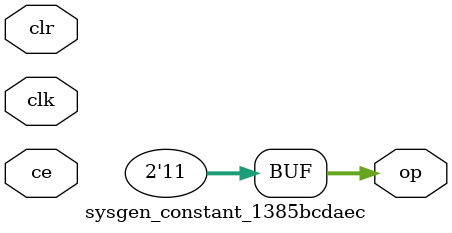
<source format=v>
module sysgen_constant_1385bcdaec (
  output [(2 - 1):0] op,
  input clk,
  input ce,
  input clr);
  assign op = 2'b11;
endmodule
</source>
